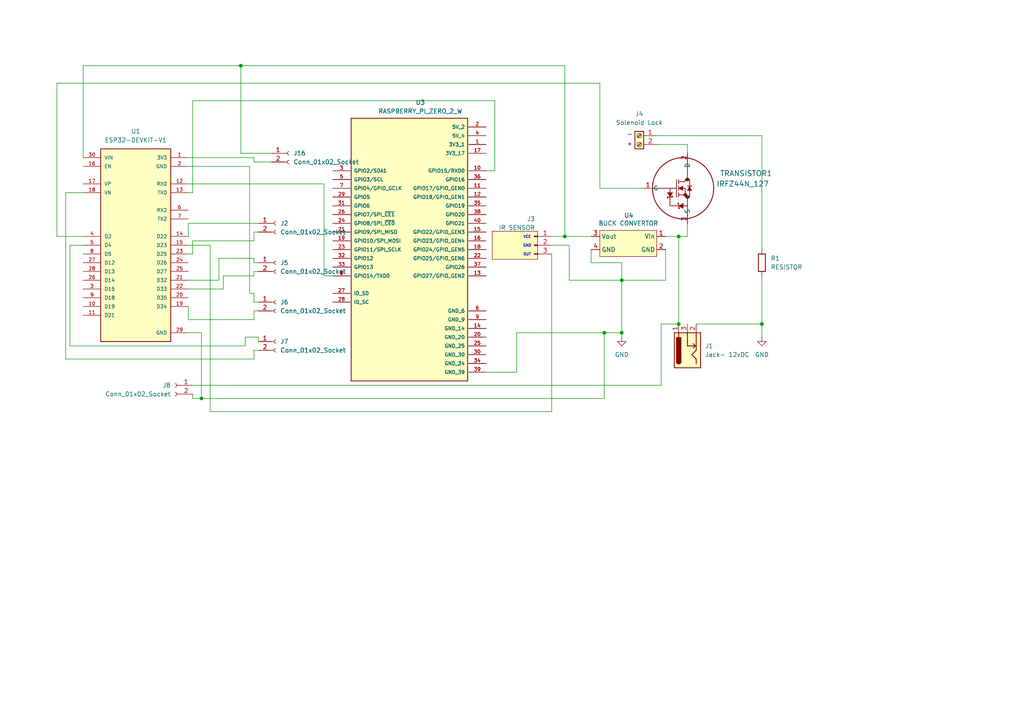
<source format=kicad_sch>
(kicad_sch (version 20231120) (generator "eeschema") (generator_version "8.0")
  (paper "A4")
  (lib_symbols
    (symbol "Connector:Barrel_Jack_Switch" (pin_names hide)
      (property "Reference" "J" (at 0 5.334 0))
      (property "Value" "Barrel_Jack_Switch" (at 0 -5.08 0))
      (symbol "Barrel_Jack_Switch_0_1"
        (rectangle (start -5.08 3.81) (end 5.08 -3.81) (stroke (width 0.254)) (fill (type background)))
        (arc (start -3.302 3.175) (mid -3.9343 2.54) (end -3.302 1.905) (stroke (width 0.254)))
        (arc (start -3.302 3.175) (mid -3.9343 2.54) (end -3.302 1.905) (stroke (width 0.254)) (fill (type outline)))
        (polyline (pts (xy 1.27 -2.286) (xy 1.905 -1.651)) (stroke (width 0.254)))
        (polyline (pts (xy 5.08 2.54) (xy 3.81 2.54)) (stroke (width 0.254)))
        (polyline (pts (xy 5.08 0) (xy 1.27 0) (xy 1.27 -2.286) (xy 0.635 -1.651)) (stroke (width 0.254)))
        (polyline (pts (xy -3.81 -2.54) (xy -2.54 -2.54) (xy -1.27 -1.27) (xy 0 -2.54) (xy 2.54 -2.54) (xy 5.08 -2.54)) (stroke (width 0.254)))
        (rectangle (start 3.683 3.175) (end -3.302 1.905) (stroke (width 0.254)) (fill (type outline)))
      )
      (symbol "Barrel_Jack_Switch_1_1"
        (pin passive line (at 7.62 2.54 180) (length 2.54) (name "~") (number "1"))
        (pin passive line (at 7.62 -2.54 180) (length 2.54) (name "~") (number "2"))
        (pin passive line (at 7.62 0 180) (length 2.54) (name "~") (number "3"))
      )
    )
    (symbol "Connector:Conn_01x02_Socket" (pin_names (offset 1.016) hide)
      (property "Reference" "J" (at 0 2.54 0))
      (property "Value" "Conn_01x02_Socket" (at 0 -5.08 0))
      (symbol "Conn_01x02_Socket_1_1"
        (arc (start 0 -2.032) (mid -0.5058 -2.54) (end 0 -3.048) (stroke (width 0.1524)))
        (polyline (pts (xy -1.27 -2.54) (xy -0.508 -2.54)) (stroke (width 0.1524)))
        (polyline (pts (xy -1.27 0) (xy -0.508 0)) (stroke (width 0.1524)))
        (arc (start 0 0.508) (mid -0.5058 0) (end 0 -0.508) (stroke (width 0.1524)))
        (pin passive line (at -5.08 0 0) (length 3.81) (name "Pin_1") (number "1"))
        (pin passive line (at -5.08 -2.54 0) (length 3.81) (name "Pin_2") (number "2"))
      )
    )
    (symbol "Connector:Conn_01x03_Pin" (pin_names (offset 1.016) hide)
      (property "Reference" "J3" (at 0.254 7.62 0))
      (property "Value" "IR SENSOR" (at 0.254 5.08 0))
      (symbol "Conn_01x03_Pin_1_1"
        (rectangle (start -12.192 4.064) (end 1.016 -4.064) (fill (type background)))
        (polyline (pts (xy 1.27 -2.54) (xy 0.8636 -2.54)) (stroke (width 0.1524)))
        (polyline (pts (xy 1.27 0) (xy 0.8636 0)) (stroke (width 0.1524)))
        (polyline (pts (xy 1.27 2.54) (xy 0.8636 2.54)) (stroke (width 0.1524)))
        (rectangle (start 0.8636 -2.413) (end 0 -2.667) (stroke (width 0.1524)) (fill (type outline)))
        (rectangle (start 0.8636 0.127) (end 0 -0.127) (stroke (width 0.1524)) (fill (type outline)))
        (rectangle (start 0.8636 2.667) (end 0 2.413) (stroke (width 0.1524)) (fill (type outline)))
        (pin passive line (at 5.08 2.54 180) (length 3.81) (name "Pin_1") (number "1"))
        (pin passive line (at 5.08 0 180) (length 3.81) (name "Pin_2") (number "2"))
        (pin passive line (at 5.08 -2.54 180) (length 3.81) (name "Pin_3") (number "3"))
      )
    )
    (symbol "Connector:Screw_Terminal_01x02" (pin_names (offset 1.016) hide)
      (property "Reference" "J" (at 0 2.54 0))
      (property "Value" "Screw_Terminal_01x02" (at 0 -5.08 0))
      (symbol "Screw_Terminal_01x02_1_1"
        (rectangle (start -1.27 1.27) (end 1.27 -3.81) (stroke (width 0.254)) (fill (type background)))
        (circle (center 0 -2.54) (radius 0.635) (stroke (width 0.1524)))
        (polyline (pts (xy -0.5334 -2.2098) (xy 0.3302 -3.048)) (stroke (width 0.1524)))
        (polyline (pts (xy -0.5334 0.3302) (xy 0.3302 -0.508)) (stroke (width 0.1524)))
        (polyline (pts (xy -0.3556 -2.032) (xy 0.508 -2.8702)) (stroke (width 0.1524)))
        (polyline (pts (xy -0.3556 0.508) (xy 0.508 -0.3302)) (stroke (width 0.1524)))
        (circle (center 0 0) (radius 0.635) (stroke (width 0.1524)))
        (pin passive line (at -5.08 0 0) (length 3.81) (name "Pin_1") (number "1"))
        (pin passive line (at -5.08 -2.54 0) (length 3.81) (name "Pin_2") (number "2"))
      )
    )
    (symbol "Device:R" (pin_numbers hide) (pin_names (offset 0))
      (property "Reference" "R" (at 2.032 0 90))
      (property "Value" "R" (at 0 0 90))
      (symbol "R_0_1"
        (rectangle (start -1.016 -2.54) (end 1.016 2.54) (stroke (width 0.254)))
      )
      (symbol "R_1_1"
        (pin passive line (at 0 3.81 270) (length 1.27) (name "~") (number "1"))
        (pin passive line (at 0 -3.81 90) (length 1.27) (name "~") (number "2"))
      )
    )
    (symbol "ESP32-DEVKIT-V1:ESP32-DEVKIT-V1" (pin_names (offset 1.016))
      (property "Reference" "U1" (at 0 33.02 0))
      (property "Value" "ESP32-DEVKIT-V1" (at 0 30.48 0))
      (symbol "ESP32-DEVKIT-V1_0_0"
        (rectangle (start -10.16 -27.94) (end 10.16 27.94) (stroke (width 0.254)) (fill (type background)))
        (pin output line (at 15.24 25.4 180) (length 5.08) (name "3V3") (number "1"))
        (pin bidirectional line (at -15.24 -17.78 0) (length 5.08) (name "D19") (number "10"))
        (pin bidirectional line (at -15.24 -20.32 0) (length 5.08) (name "D21") (number "11"))
        (pin input line (at 15.24 17.78 180) (length 5.08) (name "RX0") (number "12"))
        (pin output line (at 15.24 15.24 180) (length 5.08) (name "TX0") (number "13"))
        (pin bidirectional line (at 15.24 2.54 180) (length 5.08) (name "D22") (number "14"))
        (pin bidirectional line (at 15.24 0 180) (length 5.08) (name "D23") (number "15"))
        (pin input line (at -15.24 22.86 0) (length 5.08) (name "EN") (number "16"))
        (pin bidirectional line (at -15.24 17.78 0) (length 5.08) (name "VP") (number "17"))
        (pin bidirectional line (at -15.24 15.24 0) (length 5.08) (name "VN") (number "18"))
        (pin bidirectional line (at 15.24 -17.78 180) (length 5.08) (name "D34") (number "19"))
        (pin bidirectional line (at 15.24 -15.24 180) (length 5.08) (name "D35") (number "20"))
        (pin bidirectional line (at 15.24 -10.16 180) (length 5.08) (name "D32") (number "21"))
        (pin bidirectional line (at 15.24 -12.7 180) (length 5.08) (name "D33") (number "22"))
        (pin bidirectional line (at 15.24 -2.54 180) (length 5.08) (name "D25") (number "23"))
        (pin bidirectional line (at 15.24 -5.08 180) (length 5.08) (name "D26") (number "24"))
        (pin bidirectional line (at 15.24 -7.62 180) (length 5.08) (name "D27") (number "25"))
        (pin bidirectional line (at -15.24 -10.16 0) (length 5.08) (name "D14") (number "26"))
        (pin bidirectional line (at -15.24 -5.08 0) (length 5.08) (name "D12") (number "27"))
        (pin bidirectional line (at -15.24 -7.62 0) (length 5.08) (name "D13") (number "28"))
        (pin power_in line (at 15.24 -25.4 180) (length 5.08) (name "GND") (number "29"))
        (pin bidirectional line (at -15.24 -12.7 0) (length 5.08) (name "D15") (number "3"))
        (pin input line (at -15.24 25.4 0) (length 5.08) (name "VIN") (number "30"))
        (pin bidirectional line (at -15.24 2.54 0) (length 5.08) (name "D2") (number "4"))
        (pin bidirectional line (at -15.24 0 0) (length 5.08) (name "D4") (number "5"))
        (pin input line (at 15.24 10.16 180) (length 5.08) (name "RX2") (number "6"))
        (pin output line (at 15.24 7.62 180) (length 5.08) (name "TX2") (number "7"))
        (pin bidirectional line (at -15.24 -2.54 0) (length 5.08) (name "D5") (number "8"))
        (pin bidirectional line (at -15.24 -15.24 0) (length 5.08) (name "D18") (number "9"))
      )
      (symbol "ESP32-DEVKIT-V1_1_0"
        (pin power_in line (at 15.24 22.86 180) (length 5.08) (name "GND") (number "2"))
      )
    )
    (symbol "RASPBERRY_PI_ZERO_2_W:RASPBERRY_PI_ZERO_2_W" (pin_names (offset 1.016))
      (property "Reference" "U3" (at -5.08 42.672 0))
      (property "Value" "RASPBERRY_PI_ZERO_2_W" (at -5.08 40.132 0))
      (symbol "RASPBERRY_PI_ZERO_2_W_0_0"
        (rectangle (start -25.146 38.1) (end 8.636 -38.1) (stroke (width 0.254)) (fill (type background)))
        (pin power_in line (at 13.97 30.48 180) (length 5.08) (name "3V3_1") (number "1"))
        (pin bidirectional line (at 13.97 22.86 180) (length 5.08) (name "GPIO15/RXD0") (number "10"))
        (pin bidirectional line (at 13.97 17.78 180) (length 5.08) (name "GPIO17/GPIO_GEN0") (number "11"))
        (pin bidirectional line (at 13.97 15.24 180) (length 5.08) (name "GPIO18/GPIO_GEN1") (number "12"))
        (pin bidirectional line (at 13.97 -7.62 180) (length 5.08) (name "GPIO27/GPIO_GEN2") (number "13"))
        (pin power_in line (at 13.97 -22.86 180) (length 5.08) (name "GND_14") (number "14"))
        (pin bidirectional line (at 13.97 5.08 180) (length 5.08) (name "GPIO22/GPIO_GEN3") (number "15"))
        (pin bidirectional line (at 13.97 2.54 180) (length 5.08) (name "GPIO23/GPIO_GEN4") (number "16"))
        (pin power_in line (at 13.97 27.94 180) (length 5.08) (name "3V3_17") (number "17"))
        (pin bidirectional line (at 13.97 0 180) (length 5.08) (name "GPIO24/GPIO_GEN5") (number "18"))
        (pin bidirectional line (at -30.48 2.54 0) (length 5.08) (name "GPIO10/SPI_MOSI") (number "19"))
        (pin power_in line (at 13.97 35.56 180) (length 5.08) (name "5V_2") (number "2"))
        (pin power_in line (at 13.97 -25.4 180) (length 5.08) (name "GND_20") (number "20"))
        (pin bidirectional line (at -30.48 5.08 0) (length 5.08) (name "GPIO9/SPI_MISO") (number "21"))
        (pin bidirectional line (at 13.97 -2.54 180) (length 5.08) (name "GPIO25/GPIO_GEN6") (number "22"))
        (pin bidirectional line (at -30.48 0 0) (length 5.08) (name "GPIO11/SPI_SCLK") (number "23"))
        (pin bidirectional line (at -30.48 7.62 0) (length 5.08) (name "GPIO8/SPI_~{CE0}") (number "24"))
        (pin power_in line (at 13.97 -27.94 180) (length 5.08) (name "GND_25") (number "25"))
        (pin bidirectional line (at -30.48 10.16 0) (length 5.08) (name "GPIO7/SPI_~{CE1}") (number "26"))
        (pin bidirectional line (at -30.48 -12.7 0) (length 5.08) (name "ID_SD") (number "27"))
        (pin bidirectional line (at -30.48 -15.24 0) (length 5.08) (name "ID_SC") (number "28"))
        (pin bidirectional line (at -30.48 15.24 0) (length 5.08) (name "GPIO5") (number "29"))
        (pin bidirectional line (at -30.48 22.86 0) (length 5.08) (name "GPIO2/SDA1") (number "3"))
        (pin power_in line (at 13.97 -30.48 180) (length 5.08) (name "GND_30") (number "30"))
        (pin bidirectional line (at -30.48 12.7 0) (length 5.08) (name "GPIO6") (number "31"))
        (pin bidirectional line (at -30.48 -2.54 0) (length 5.08) (name "GPIO12") (number "32"))
        (pin bidirectional line (at -30.48 -5.08 0) (length 5.08) (name "GPIO13") (number "33"))
        (pin power_in line (at 13.97 -33.02 180) (length 5.08) (name "GND_34") (number "34"))
        (pin bidirectional line (at 13.97 12.7 180) (length 5.08) (name "GPIO19") (number "35"))
        (pin bidirectional line (at 13.97 20.32 180) (length 5.08) (name "GPIO16") (number "36"))
        (pin bidirectional line (at 13.97 -5.08 180) (length 5.08) (name "GPIO26") (number "37"))
        (pin bidirectional line (at 13.97 10.16 180) (length 5.08) (name "GPIO20") (number "38"))
        (pin power_in line (at 13.97 -35.56 180) (length 5.08) (name "GND_39") (number "39"))
        (pin power_in line (at 13.97 33.02 180) (length 5.08) (name "5V_4") (number "4"))
        (pin bidirectional line (at 13.97 7.62 180) (length 5.08) (name "GPIO21") (number "40"))
        (pin bidirectional line (at -30.48 20.32 0) (length 5.08) (name "GPIO3/SCL") (number "5"))
        (pin power_in line (at 13.97 -17.78 180) (length 5.08) (name "GND_6") (number "6"))
        (pin bidirectional line (at -30.48 17.78 0) (length 5.08) (name "GPIO4/GPIO_GCLK") (number "7"))
        (pin bidirectional line (at -30.48 -7.62 0) (length 5.08) (name "GPIO14/TXD0") (number "8"))
        (pin power_in line (at 13.97 -20.32 180) (length 5.08) (name "GND_9") (number "9"))
      )
    )
    (symbol "buck:buck_con"
      (property "Reference" "U" (at 0 0 0))
      (symbol "buck_con_0_1"
        (rectangle (start -1.27 -2.032) (end 15.24 -9.652) (fill (type background)))
      )
      (symbol "buck_con_1_1"
        (pin input line (at -3.81 -3.81 0) (length 2.54) (name "Vin") (number "1"))
        (pin input line (at -3.81 -7.62 0) (length 2.54) (name "GND") (number "2"))
        (pin input line (at 17.78 -3.81 180) (length 2.54) (name "Vout") (number "3"))
        (pin input line (at 17.78 -7.62 180) (length 2.54) (name "GND") (number "4"))
      )
    )
    (symbol "power:GND" (power) (pin_numbers hide) (pin_names (offset 0) hide)
      (property "Value" "GND" (at 0 -3.81 0))
      (symbol "GND_0_1"
        (polyline (pts (xy 0 0) (xy 0 -1.27) (xy 1.27 -1.27) (xy 0 -2.54) (xy -1.27 -1.27) (xy 0 -1.27)))
      )
      (symbol "GND_1_1"
        (pin power_in line (at 0 0 270) (length 0) (name "~") (number "1"))
      )
    )
    (symbol "trans:IRFZ44N_127" (pin_names (offset 0.254))
      (property "Reference" "MOSFET" (at 16.51 1.905 0))
      (property "Value" "IRFZ44N_127" (at 16.51 -2.54 0))
      (symbol "IRFZ44N_127_0_1"
        (polyline (pts (xy 2.54 0) (xy 9.525 0)) (stroke (width 0.2032)))
        (polyline (pts (xy 6.858 -2.794) (xy 7.112 -2.794)) (stroke (width 0.2032)))
        (polyline (pts (xy 6.858 -2.54) (xy 6.858 -2.794)) (stroke (width 0.2032)))
        (polyline (pts (xy 6.858 -2.54) (xy 8.382 -2.54)) (stroke (width 0.2032)))
        (polyline (pts (xy 7.62 -5.08) (xy 10.16 -5.08)) (stroke (width 0.2032)))
        (polyline (pts (xy 7.62 -2.54) (xy 7.62 -5.08)) (stroke (width 0.2032)))
        (polyline (pts (xy 7.62 0) (xy 7.62 -1.27)) (stroke (width 0.2032)))
        (polyline (pts (xy 8.382 -2.54) (xy 8.382 -2.286)) (stroke (width 0.2032)))
        (polyline (pts (xy 8.382 -2.286) (xy 8.128 -2.286)) (stroke (width 0.2032)))
        (polyline (pts (xy 9.525 -2.54) (xy 9.525 2.54)) (stroke (width 0.2032)))
        (polyline (pts (xy 9.906 -4.318) (xy 9.906 -4.572)) (stroke (width 0.2032)))
        (polyline (pts (xy 10.16 -5.842) (xy 10.414 -5.842)) (stroke (width 0.2032)))
        (polyline (pts (xy 10.16 -4.318) (xy 9.906 -4.318)) (stroke (width 0.2032)))
        (polyline (pts (xy 10.16 -4.318) (xy 10.16 -5.842)) (stroke (width 0.2032)))
        (polyline (pts (xy 10.16 -2.54) (xy 10.16 -1.27)) (stroke (width 0.2032)))
        (polyline (pts (xy 10.16 -1.905) (xy 12.065 -1.905)) (stroke (width 0.2032)))
        (polyline (pts (xy 10.16 -0.635) (xy 10.16 0.635)) (stroke (width 0.2032)))
        (polyline (pts (xy 10.16 1.27) (xy 10.16 2.54)) (stroke (width 0.2032)))
        (polyline (pts (xy 10.16 1.905) (xy 12.065 1.905)) (stroke (width 0.2032)))
        (polyline (pts (xy 10.414 -5.842) (xy 10.414 -5.588)) (stroke (width 0.2032)))
        (polyline (pts (xy 11.43 -5.08) (xy 12.7 -5.08)) (stroke (width 0.2032)))
        (polyline (pts (xy 11.43 0) (xy 12.065 0)) (stroke (width 0.2032)))
        (polyline (pts (xy 12.065 -2.54) (xy 12.065 0)) (stroke (width 0.2032)))
        (polyline (pts (xy 12.065 -2.54) (xy 13.335 -2.54)) (stroke (width 0.2032)))
        (polyline (pts (xy 12.065 1.905) (xy 12.065 2.54)) (stroke (width 0.2032)))
        (polyline (pts (xy 12.065 2.54) (xy 13.335 2.54)) (stroke (width 0.2032)))
        (polyline (pts (xy 12.7 -7.62) (xy 12.7 -2.54)) (stroke (width 0.2032)))
        (polyline (pts (xy 12.7 2.54) (xy 12.7 7.62)) (stroke (width 0.2032)))
        (polyline (pts (xy 13.335 -2.54) (xy 13.335 -0.635)) (stroke (width 0.2032)))
        (polyline (pts (xy 13.335 0.635) (xy 13.335 2.54)) (stroke (width 0.2032)))
        (polyline (pts (xy 13.97 0.635) (xy 12.7 0.635)) (stroke (width 0.2032)))
        (polyline (pts (xy 6.858 -1.27) (xy 8.382 -1.27) (xy 7.62 -2.54)) (fill (type outline)))
        (polyline (pts (xy 11.43 -4.318) (xy 11.43 -5.842) (xy 10.16 -5.08)) (fill (type outline)))
        (polyline (pts (xy 11.43 0.635) (xy 10.16 0) (xy 11.43 -0.635)) (fill (type outline)))
        (polyline (pts (xy 13.97 -0.635) (xy 12.7 -0.635) (xy 13.335 0.635)) (fill (type outline)))
        (circle (center 11.43 0) (radius 8.89) (stroke (width 0.254)))
        (circle (center 12.065 -1.905) (radius 0.0254) (stroke (width 0.508)))
        (circle (center 12.7 -2.54) (radius 0.0254) (stroke (width 0.508)))
        (circle (center 12.7 2.54) (radius 0.0254) (stroke (width 0.508)))
        (pin unspecified line (at 0 0 0) (length 2.54) (name "G") (number "1"))
        (pin unspecified line (at 12.7 10.16 270) (length 2.54) (name "D") (number "2"))
        (pin unspecified line (at 12.7 -10.16 90) (length 2.54) (name "S") (number "3"))
      )
    )
  )
  (junction (at 175.26 96.52))
  (junction (at 163.83 68.58))
  (junction (at 58.42 115.57))
  (junction (at 69.85 19.05))
  (junction (at 196.85 68.58))
  (junction (at 180.34 81.28))
  (junction (at 220.98 93.98))
  (junction (at 196.85 93.98))
  (junction (at 180.34 96.52))
  (wire (pts (xy 165.1 71.12) (xy 160.02 71.12)))
  (wire (pts (xy 73.66 46.99) (xy 78.74 46.99)))
  (wire (pts (xy 149.86 96.52) (xy 175.26 96.52)))
  (wire (pts (xy 199.39 64.77) (xy 199.39 68.58)))
  (wire (pts (xy 55.88 69.85) (xy 73.66 69.85)))
  (wire (pts (xy 72.39 85.09) (xy 73.66 85.09)))
  (wire (pts (xy 55.88 69.85) (xy 55.88 73.66)))
  (wire (pts (xy 58.42 96.52) (xy 58.42 115.57)))
  (wire (pts (xy 55.88 114.3) (xy 55.88 115.57)))
  (wire (pts (xy 73.66 74.93) (xy 63.5 74.93)))
  (wire (pts (xy 180.34 81.28) (xy 180.34 96.52)))
  (wire (pts (xy 54.61 92.71) (xy 54.61 88.9)))
  (wire (pts (xy 143.51 49.53) (xy 143.51 29.21)))
  (wire (pts (xy 71.12 97.79) (xy 74.93 97.79)))
  (wire (pts (xy 73.66 101.6) (xy 73.66 104.14)))
  (wire (pts (xy 54.61 53.34) (xy 93.98 53.34)))
  (wire (pts (xy 54.61 64.77) (xy 74.93 64.77)))
  (wire (pts (xy 140.97 49.53) (xy 143.51 49.53)))
  (wire (pts (xy 24.13 19.05) (xy 24.13 45.72)))
  (wire (pts (xy 55.88 55.88) (xy 54.61 55.88)))
  (wire (pts (xy 180.34 96.52) (xy 180.34 97.79)))
  (wire (pts (xy 171.45 76.2) (xy 180.34 76.2)))
  (wire (pts (xy 24.13 19.05) (xy 69.85 19.05)))
  (wire (pts (xy 19.05 55.88) (xy 24.13 55.88)))
  (wire (pts (xy 73.66 87.63) (xy 74.93 87.63)))
  (wire (pts (xy 16.51 24.13) (xy 16.51 68.58)))
  (wire (pts (xy 180.34 76.2) (xy 180.34 81.28)))
  (wire (pts (xy 69.85 19.05) (xy 69.85 44.45)))
  (wire (pts (xy 55.88 115.57) (xy 58.42 115.57)))
  (wire (pts (xy 173.99 24.13) (xy 173.99 54.61)))
  (wire (pts (xy 173.99 24.13) (xy 16.51 24.13)))
  (wire (pts (xy 55.88 111.76) (xy 191.77 111.76)))
  (wire (pts (xy 72.39 48.26) (xy 54.61 48.26)))
  (wire (pts (xy 74.93 101.6) (xy 73.66 101.6)))
  (wire (pts (xy 73.66 90.17) (xy 74.93 90.17)))
  (wire (pts (xy 60.96 71.12) (xy 54.61 71.12)))
  (wire (pts (xy 72.39 48.26) (xy 72.39 85.09)))
  (wire (pts (xy 54.61 92.71) (xy 73.66 92.71)))
  (wire (pts (xy 58.42 96.52) (xy 54.61 96.52)))
  (wire (pts (xy 165.1 81.28) (xy 180.34 81.28)))
  (wire (pts (xy 193.04 81.28) (xy 180.34 81.28)))
  (wire (pts (xy 220.98 93.98) (xy 220.98 97.79)))
  (wire (pts (xy 63.5 74.93) (xy 63.5 81.28)))
  (wire (pts (xy 64.77 80.01) (xy 64.77 83.82)))
  (wire (pts (xy 19.05 104.14) (xy 73.66 104.14)))
  (wire (pts (xy 73.66 78.74) (xy 74.93 78.74)))
  (wire (pts (xy 163.83 68.58) (xy 171.45 68.58)))
  (wire (pts (xy 186.69 54.61) (xy 173.99 54.61)))
  (wire (pts (xy 73.66 69.85) (xy 73.66 67.31)))
  (wire (pts (xy 190.5 39.37) (xy 220.98 39.37)))
  (wire (pts (xy 171.45 72.39) (xy 171.45 76.2)))
  (wire (pts (xy 93.98 80.01) (xy 93.98 53.34)))
  (wire (pts (xy 54.61 64.77) (xy 54.61 68.58)))
  (wire (pts (xy 196.85 68.58) (xy 196.85 93.98)))
  (wire (pts (xy 20.32 100.33) (xy 71.12 100.33)))
  (wire (pts (xy 160.02 119.38) (xy 60.96 119.38)))
  (wire (pts (xy 55.88 29.21) (xy 55.88 55.88)))
  (wire (pts (xy 19.05 104.14) (xy 19.05 55.88)))
  (wire (pts (xy 73.66 45.72) (xy 54.61 45.72)))
  (wire (pts (xy 60.96 119.38) (xy 60.96 71.12)))
  (wire (pts (xy 73.66 85.09) (xy 73.66 87.63)))
  (wire (pts (xy 149.86 107.95) (xy 149.86 96.52)))
  (wire (pts (xy 73.66 67.31) (xy 74.93 67.31)))
  (wire (pts (xy 140.97 107.95) (xy 149.86 107.95)))
  (wire (pts (xy 220.98 80.01) (xy 220.98 93.98)))
  (wire (pts (xy 160.02 68.58) (xy 163.83 68.58)))
  (wire (pts (xy 193.04 72.39) (xy 193.04 81.28)))
  (wire (pts (xy 73.66 80.01) (xy 73.66 78.74)))
  (wire (pts (xy 199.39 41.91) (xy 199.39 44.45)))
  (wire (pts (xy 96.52 80.01) (xy 93.98 80.01)))
  (wire (pts (xy 73.66 74.93) (xy 73.66 76.2)))
  (wire (pts (xy 165.1 71.12) (xy 165.1 81.28)))
  (wire (pts (xy 64.77 83.82) (xy 54.61 83.82)))
  (wire (pts (xy 191.77 111.76) (xy 191.77 93.98)))
  (wire (pts (xy 16.51 68.58) (xy 24.13 68.58)))
  (wire (pts (xy 73.66 92.71) (xy 73.66 90.17)))
  (wire (pts (xy 20.32 71.12) (xy 24.13 71.12)))
  (wire (pts (xy 143.51 29.21) (xy 55.88 29.21)))
  (wire (pts (xy 73.66 46.99) (xy 73.66 45.72)))
  (wire (pts (xy 58.42 115.57) (xy 175.26 115.57)))
  (wire (pts (xy 193.04 68.58) (xy 196.85 68.58)))
  (wire (pts (xy 64.77 80.01) (xy 73.66 80.01)))
  (wire (pts (xy 71.12 100.33) (xy 71.12 97.79)))
  (wire (pts (xy 220.98 39.37) (xy 220.98 72.39)))
  (wire (pts (xy 163.83 19.05) (xy 163.83 68.58)))
  (wire (pts (xy 55.88 73.66) (xy 54.61 73.66)))
  (wire (pts (xy 160.02 73.66) (xy 160.02 119.38)))
  (wire (pts (xy 20.32 100.33) (xy 20.32 71.12)))
  (wire (pts (xy 74.93 97.79) (xy 74.93 99.06)))
  (wire (pts (xy 175.26 115.57) (xy 175.26 96.52)))
  (wire (pts (xy 175.26 96.52) (xy 180.34 96.52)))
  (wire (pts (xy 163.83 19.05) (xy 69.85 19.05)))
  (wire (pts (xy 201.93 93.98) (xy 220.98 93.98)))
  (wire (pts (xy 73.66 76.2) (xy 74.93 76.2)))
  (wire (pts (xy 69.85 44.45) (xy 78.74 44.45)))
  (wire (pts (xy 63.5 81.28) (xy 54.61 81.28)))
  (wire (pts (xy 191.77 93.98) (xy 196.85 93.98)))
  (wire (pts (xy 196.85 68.58) (xy 199.39 68.58)))
  (wire (pts (xy 190.5 41.91) (xy 199.39 41.91)))
  (text "GND" (at 152.908 71.374 0) (effects (font (size 0.75 0.75))))
  (text "+" (at 182.626 41.91 0) (effects (font (size 1.27 1.27))))
  (text "OUT" (at 152.908 73.914 0) (effects (font (size 0.75 0.75))))
  (text "VCC" (at 152.908 68.834 0) (effects (font (size 0.75 0.75))))
  (text "-" (at 182.626 39.116 0) (effects (font (size 1.27 1.27))))
  (symbol (lib_id "Connector:Conn_01x02_Socket") (at 83.82 44.45 0) (unit 1)
    (property "Reference" "J16" (at 85.09 44.4499 0) (effects (justify left)))
    (property "Value" "Conn_01x02_Socket" (at 85.09 46.9899 0) (effects (justify left)))
    (property "Footprint" "Connector_PinSocket_1.00mm:PinSocket_1x02_P1.00mm_Vertical" (effects (hide yes)))
    (property "Description" "Generic connector, single row, 01x02, script generated" (effects (hide yes)))
  )
  (symbol (lib_id "Device:R") (at 220.98 76.2 180) (unit 1)
    (property "Reference" "R1" (at 223.52 74.9299 0) (effects (justify right)))
    (property "Value" "RESISTOR" (at 223.52 77.4699 0) (effects (justify right)))
    (property "Footprint" "Connector_PinSocket_1.00mm:PinSocket_1x02_P1.00mm_Vertical" (effects (hide yes)))
    (property "Description" "Resistor" (effects (hide yes)))
  )
  (symbol (lib_id "Connector:Conn_01x02_Socket") (at 80.01 99.06 0) (unit 1)
    (property "Reference" "J7" (at 81.28 99.0599 0) (effects (justify left)))
    (property "Value" "Conn_01x02_Socket" (at 81.28 101.5999 0) (effects (justify left)))
    (property "Footprint" "Connector_PinSocket_1.00mm:PinSocket_1x02_P1.00mm_Vertical" (effects (hide yes)))
    (property "Description" "Generic connector, single row, 01x02, script generated" (effects (hide yes)))
  )
  (symbol (lib_id "Connector:Conn_01x02_Socket") (at 80.01 76.2 0) (unit 1)
    (property "Reference" "J5" (at 81.28 76.1999 0) (effects (justify left)))
    (property "Value" "Conn_01x02_Socket" (at 81.28 78.7399 0) (effects (justify left)))
    (property "Footprint" "Connector_PinSocket_1.00mm:PinSocket_1x02_P1.00mm_Vertical" (effects (hide yes)))
    (property "Description" "Generic connector, single row, 01x02, script generated" (effects (hide yes)))
  )
  (symbol (lib_id "Connector:Conn_01x02_Socket") (at 80.01 87.63 0) (unit 1)
    (property "Reference" "J6" (at 81.28 87.6299 0) (effects (justify left)))
    (property "Value" "Conn_01x02_Socket" (at 81.28 90.1699 0) (effects (justify left)))
    (property "Footprint" "Connector_PinSocket_1.00mm:PinSocket_1x02_P1.00mm_Vertical" (effects (hide yes)))
    (property "Description" "Generic connector, single row, 01x02, script generated" (effects (hide yes)))
  )
  (symbol (lib_id "power:GND") (at 220.98 97.79 0) (unit 1)
    (property "Reference" "#PWR01" (effects (hide yes)))
    (property "Value" "GND" (at 220.98 102.87 0))
    (property "Description" "Power symbol creates a global label with name \"GND\" , ground" (effects (hide yes)))
  )
  (symbol (lib_id "Connector:Conn_01x03_Pin") (at 154.94 71.12 0) (unit 1)
    (property "Reference" "J3" (at 155.194 63.5 0) (effects (justify right)))
    (property "Value" "IR SENSOR" (at 155.194 66.04 0) (effects (justify right)))
    (property "Footprint" "Connector_PinSocket_1.00mm:PinSocket_1x03_P1.00mm_Vertical" (effects (hide yes)))
    (property "Description" "Generic connector, single row, 01x03, script generated" (effects (hide yes)))
  )
  (symbol (lib_id "power:GND") (at 180.34 97.79 0) (unit 1)
    (property "Reference" "#PWR02" (effects (hide yes)))
    (property "Value" "GND" (at 180.34 102.87 0))
    (property "Description" "Power symbol creates a global label with name \"GND\" , ground" (effects (hide yes)))
  )
  (symbol (lib_id "trans:IRFZ44N_127") (at 186.69 54.61 0) (unit 1)
    (property "Reference" "TRANSISTOR1" (at 208.788 50.292 0) (effects (font (size 1.524 1.524)) (justify left)))
    (property "Value" "IRFZ44N_127" (at 207.772 53.34 0) (effects (font (size 1.524 1.524)) (justify left)))
    (property "Footprint" "footprints:SOT78_TO220_NXP" (effects (hide yes)))
    (property "Datasheet" "IRFZ44N_127" (effects (hide yes)))
  )
  (symbol (lib_id "Connector:Screw_Terminal_01x02") (at 185.42 39.37 0) (mirror y) (unit 1)
    (property "Reference" "J4" (at 185.42 33.02 0))
    (property "Value" "Solenoid Lock" (at 185.42 35.56 0))
    (property "Footprint" "screw_term:TerminalBlock_bornier-2_P5.08mm" (effects (hide yes)))
    (property "Description" "Generic screw terminal, single row, 01x02, script generated (kicad-library-utils/schlib/autogen/connector/)" (effects (hide yes)))
  )
  (symbol (lib_id "buck:buck_con") (at 189.23 64.77 0) (mirror y) (unit 1)
    (property "Reference" "U4" (at 182.372 62.484 0))
    (property "Value" "BUCK CONVERTOR" (at 182.245 64.77 0))
    (property "Footprint" "buck_new:LM2596 DC TO DC BUCK CONVERTER FOOTPRINT" (effects (hide yes)))
  )
  (symbol (lib_id "Connector:Barrel_Jack_Switch") (at 199.39 101.6 90) (unit 1)
    (property "Reference" "J1" (at 204.47 100.3299 90) (effects (justify right)))
    (property "Value" "Jack- 12vDC" (at 204.47 102.8699 90) (effects (justify right)))
    (property "Footprint" "dcjack_new:NINIGI_DC-005" (effects (hide yes)))
    (property "Description" "DC Barrel Jack with an internal switch" (effects (hide yes)))
  )
  (symbol (lib_id "ESP32-DEVKIT-V1:ESP32-DEVKIT-V1") (at 39.37 71.12 0) (unit 1)
    (property "Reference" "U1" (at 39.37 38.1 0))
    (property "Value" "ESP32-DEVKIT-V1" (at 39.37 40.64 0))
    (property "Footprint" "esp32_found:MODULE_ESP32_DEVKIT_V1" (effects (hide yes)))
    (property "MF" "Do it" (effects (hide yes)))
    (property "MAXIMUM_PACKAGE_HEIGHT" "6.8 mm" (effects (hide yes)))
    (property "Package" "None" (effects (hide yes)))
    (property "Price" "None" (effects (hide yes)))
    (property "Check_prices" "https://www.snapeda.com/parts/ESP32-DEVKIT-V1/Do+it/view-part/?ref=eda" (effects (hide yes)))
    (property "STANDARD" "Manufacturer Recommendations" (effects (hide yes)))
    (property "PARTREV" "N/A" (effects (hide yes)))
    (property "SnapEDA_Link" "https://www.snapeda.com/parts/ESP32-DEVKIT-V1/Do+it/view-part/?ref=snap" (effects (hide yes)))
    (property "MP" "ESP32-DEVKIT-V1" (effects (hide yes)))
    (property "Description_1" "\n                        \n                            Dual core, Wi-Fi: 2.4 GHz up to 150 Mbits/s,BLE (Bluetooth Low Energy) and legacy Bluetooth, 32 bits, Up to 240 MHz\n                        \n" (effects (hide yes)))
    (property "Availability" "Not in stock" (effects (hide yes)))
    (property "MANUFACTURER" "DOIT" (effects (hide yes)))
  )
  (symbol (lib_id "Connector:Conn_01x02_Socket") (at 50.8 111.76 0) (mirror y) (unit 1)
    (property "Reference" "J8" (at 49.53 111.7599 0) (effects (justify left)))
    (property "Value" "Conn_01x02_Socket" (at 49.53 114.2999 0) (effects (justify left)))
    (property "Footprint" "Connector_PinSocket_1.00mm:PinSocket_1x02_P1.00mm_Vertical" (effects (hide yes)))
    (property "Description" "Generic connector, single row, 01x02, script generated" (effects (hide yes)))
  )
  (symbol (lib_id "RASPBERRY_PI_ZERO_2_W:RASPBERRY_PI_ZERO_2_W") (at 127 72.39 0) (unit 1)
    (property "Reference" "U3" (at 121.92 29.718 0))
    (property "Value" "RASPBERRY_PI_ZERO_2_W" (at 121.92 32.258 0))
    (property "Footprint" "raspberry_kicad:MODULE_RASPBERRY_PI_ZERO_2_W" (effects (hide yes)))
    (property "MF" "Raspberry Pi" (effects (hide yes)))
    (property "Description_1" "\n                        \n                            At the heart of Raspberry Pi Zero 2 W is RP3A0, a custom-built system-in-package designed by Raspberry Pi in the UK.\n                        \n" (effects (hide yes)))
    (property "Package" "None" (effects (hide yes)))
    (property "Price" "None" (effects (hide yes)))
    (property "Check_prices" "https://www.snapeda.com/parts/RASPBERRY%20PI%20ZERO%202%20W/Raspberry+Pi/view-part/?ref=eda" (effects (hide yes)))
    (property "STANDARD" "Manufacturer Recommendations" (effects (hide yes)))
    (property "PARTREV" "April 2024" (effects (hide yes)))
    (property "SnapEDA_Link" "https://www.snapeda.com/parts/RASPBERRY%20PI%20ZERO%202%20W/Raspberry+Pi/view-part/?ref=snap" (effects (hide yes)))
    (property "MP" "RASPBERRY PI ZERO 2 W" (effects (hide yes)))
    (property "Availability" "In Stock" (effects (hide yes)))
    (property "MANUFACTURER" "Raspberry Pi" (effects (hide yes)))
  )
  (symbol (lib_id "Connector:Conn_01x02_Socket") (at 80.01 64.77 0) (unit 1)
    (property "Reference" "J2" (at 81.28 64.7699 0) (effects (justify left)))
    (property "Value" "Conn_01x02_Socket" (at 81.28 67.3099 0) (effects (justify left)))
    (property "Footprint" "Connector_PinSocket_1.00mm:PinSocket_1x02_P1.00mm_Vertical" (effects (hide yes)))
    (property "Description" "Generic connector, single row, 01x02, script generated" (effects (hide yes)))
  )
)
</source>
